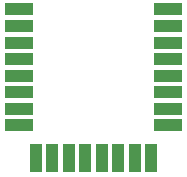
<source format=gtp>
G04 ---------------------------- Layer name :TOP PASTER LAYER*
G04 EasyEDA v5.8.22, Thu, 27 Dec 2018 18:25:07 GMT*
G04 83e352a6ecc44a8a847cc623543be36f*
G04 Gerber Generator version 0.2*
G04 Scale: 100 percent, Rotated: No, Reflected: No *
G04 Dimensions in millimeters *
G04 leading zeros omitted , absolute positions ,3 integer and 3 decimal *
%FSLAX33Y33*%
%MOMM*%
G90*
G71D02*

%ADD13R,2.450008X0.999998*%
%ADD14R,0.999998X2.450008*%

%LPD*%
G54D13*
G01X9192Y27584D03*
G01X9190Y26186D03*
G01X9189Y24785D03*
G01X9190Y23385D03*
G01X9194Y21983D03*
G01X9190Y20584D03*
G01X9192Y19185D03*
G01X9190Y17785D03*
G54D14*
G01X10594Y14989D03*
G01X11996Y14987D03*
G01X13397Y14986D03*
G01X14796Y14986D03*
G01X16197Y14986D03*
G01X17597Y14986D03*
G01X18996Y14986D03*
G01X20396Y14987D03*
G54D13*
G01X21798Y17797D03*
G01X21794Y19192D03*
G01X21794Y20591D03*
G01X21794Y21986D03*
G01X21793Y23384D03*
G01X21791Y24785D03*
G01X21794Y26183D03*
G01X21794Y27584D03*
M00*
M02*

</source>
